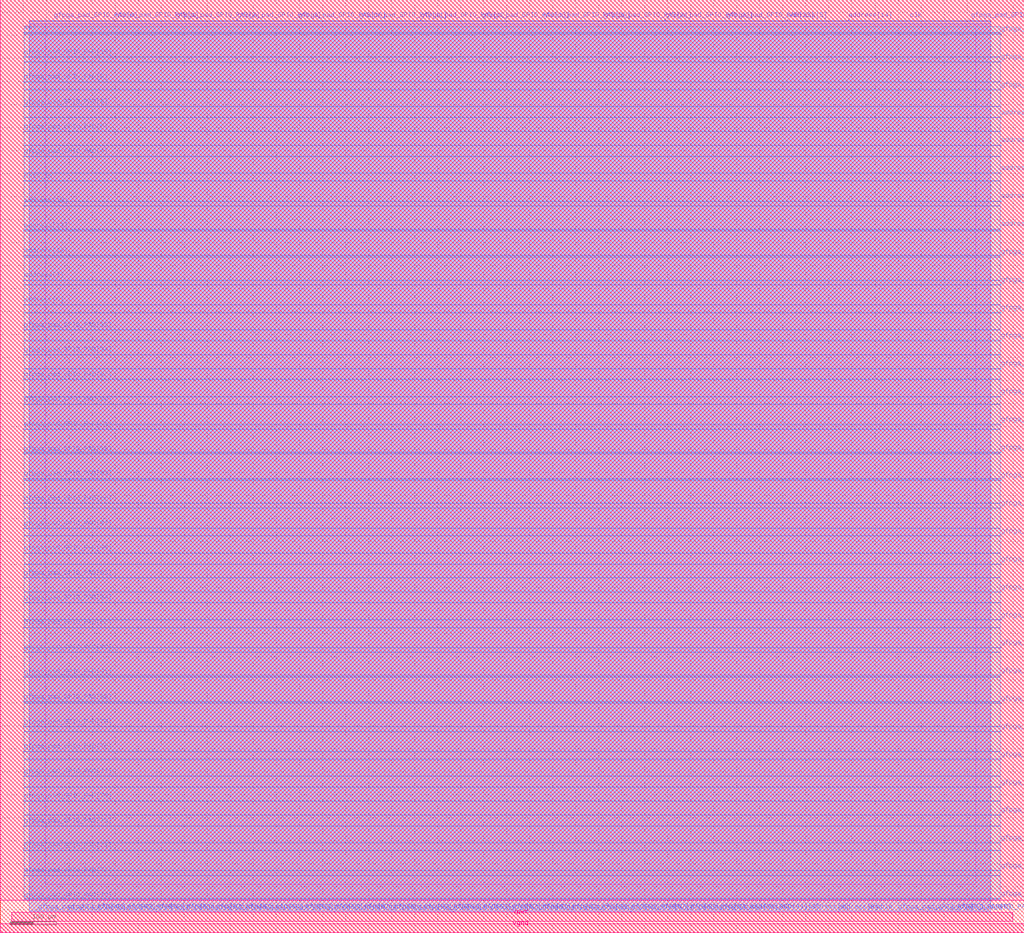
<source format=lef>
VERSION 5.7 ;
  NOWIREEXTENSIONATPIN ON ;
  DIVIDERCHAR "/" ;
  BUSBITCHARS "[]" ;
MACRO fpga_top
  CLASS BLOCK ;
  FOREIGN fpga_top ;
  ORIGIN 0.000 0.000 ;
  SIZE 2223.700 BY 2027.600 ;
  PIN address[0]
    DIRECTION INPUT ;
    PORT
      LAYER met3 ;
        RECT 49.480 1364.040 51.880 1364.640 ;
    END
  END address[0]
  PIN address[10]
    DIRECTION INPUT ;
    PORT
      LAYER met3 ;
        RECT 2172.080 1710.840 2174.480 1711.440 ;
    END
  END address[10]
  PIN address[11]
    DIRECTION INPUT ;
    PORT
      LAYER met3 ;
        RECT 2172.080 1771.360 2174.480 1771.960 ;
    END
  END address[11]
  PIN address[12]
    DIRECTION INPUT ;
    PORT
      LAYER met3 ;
        RECT 49.480 1471.480 51.880 1472.080 ;
    END
  END address[12]
  PIN address[13]
    DIRECTION INPUT ;
    PORT
      LAYER met3 ;
        RECT 49.480 1525.200 51.880 1525.800 ;
    END
  END address[13]
  PIN address[14]
    DIRECTION INPUT ;
    PORT
      LAYER met2 ;
        RECT 1842.190 1981.720 1842.470 1984.120 ;
    END
  END address[14]
  PIN address[15]
    DIRECTION INPUT ;
    PORT
      LAYER met3 ;
        RECT 49.480 1579.600 51.880 1580.200 ;
    END
  END address[15]
  PIN address[1]
    DIRECTION INPUT ;
    PORT
      LAYER met2 ;
        RECT 1627.370 44.120 1627.650 46.520 ;
    END
  END address[1]
  PIN address[2]
    DIRECTION INPUT ;
    PORT
      LAYER met3 ;
        RECT 2172.080 1528.600 2174.480 1529.200 ;
    END
  END address[2]
  PIN address[3]
    DIRECTION INPUT ;
    PORT
      LAYER met2 ;
        RECT 1691.770 44.120 1692.050 46.520 ;
    END
  END address[3]
  PIN address[4]
    DIRECTION INPUT ;
    PORT
      LAYER met2 ;
        RECT 1756.170 44.120 1756.450 46.520 ;
    END
  END address[4]
  PIN address[5]
    DIRECTION INPUT ;
    PORT
      LAYER met2 ;
        RECT 1709.710 1981.720 1709.990 1984.120 ;
    END
  END address[5]
  PIN address[6]
    DIRECTION INPUT ;
    PORT
      LAYER met3 ;
        RECT 2172.080 1589.120 2174.480 1589.720 ;
    END
  END address[6]
  PIN address[7]
    DIRECTION INPUT ;
    PORT
      LAYER met3 ;
        RECT 49.480 1417.760 51.880 1418.360 ;
    END
  END address[7]
  PIN address[8]
    DIRECTION INPUT ;
    PORT
      LAYER met3 ;
        RECT 2172.080 1650.320 2174.480 1650.920 ;
    END
  END address[8]
  PIN address[9]
    DIRECTION INPUT ;
    PORT
      LAYER met2 ;
        RECT 1820.570 44.120 1820.850 46.520 ;
    END
  END address[9]
  PIN clk
    DIRECTION INPUT ;
    PORT
      LAYER met2 ;
        RECT 1975.130 1981.720 1975.410 1984.120 ;
    END
  END clk
  PIN data_in
    DIRECTION INPUT ;
    PORT
      LAYER met3 ;
        RECT 49.480 1633.320 51.880 1633.920 ;
    END
  END data_in
  PIN enable
    DIRECTION INPUT ;
    PORT
      LAYER met2 ;
        RECT 1884.970 44.120 1885.250 46.520 ;
    END
  END enable
  PIN gfpga_pad_GPIO_PAD[0]
    DIRECTION INOUT ;
    PORT
      LAYER met2 ;
        RECT 115.810 1981.720 116.090 1984.120 ;
    END
  END gfpga_pad_GPIO_PAD[0]
  PIN gfpga_pad_GPIO_PAD[10]
    DIRECTION INOUT ;
    PORT
      LAYER met2 ;
        RECT 647.110 1981.720 647.390 1984.120 ;
    END
  END gfpga_pad_GPIO_PAD[10]
  PIN gfpga_pad_GPIO_PAD[11]
    DIRECTION INOUT ;
    PORT
      LAYER met2 ;
        RECT 779.590 1981.720 779.870 1984.120 ;
    END
  END gfpga_pad_GPIO_PAD[11]
  PIN gfpga_pad_GPIO_PAD[12]
    DIRECTION INOUT ;
    PORT
      LAYER met2 ;
        RECT 912.530 1981.720 912.810 1984.120 ;
    END
  END gfpga_pad_GPIO_PAD[12]
  PIN gfpga_pad_GPIO_PAD[13]
    DIRECTION INOUT ;
    PORT
      LAYER met2 ;
        RECT 1045.470 1981.720 1045.750 1984.120 ;
    END
  END gfpga_pad_GPIO_PAD[13]
  PIN gfpga_pad_GPIO_PAD[14]
    DIRECTION INOUT ;
    PORT
      LAYER met3 ;
        RECT 2172.080 1831.880 2174.480 1832.480 ;
    END
  END gfpga_pad_GPIO_PAD[14]
  PIN gfpga_pad_GPIO_PAD[15]
    DIRECTION INOUT ;
    PORT
      LAYER met3 ;
        RECT 49.480 1902.600 51.880 1903.200 ;
    END
  END gfpga_pad_GPIO_PAD[15]
  PIN gfpga_pad_GPIO_PAD[16]
    DIRECTION INOUT ;
    PORT
      LAYER met2 ;
        RECT 2108.070 1981.720 2108.350 1984.120 ;
    END
  END gfpga_pad_GPIO_PAD[16]
  PIN gfpga_pad_GPIO_PAD[17]
    DIRECTION INOUT ;
    PORT
      LAYER met3 ;
        RECT 2172.080 1892.400 2174.480 1893.000 ;
    END
  END gfpga_pad_GPIO_PAD[17]
  PIN gfpga_pad_GPIO_PAD[18]
    DIRECTION INOUT ;
    PORT
      LAYER met2 ;
        RECT 2078.170 44.120 2078.450 46.520 ;
    END
  END gfpga_pad_GPIO_PAD[18]
  PIN gfpga_pad_GPIO_PAD[19]
    DIRECTION INOUT ;
    PORT
      LAYER met3 ;
        RECT 2172.080 1952.920 2174.480 1953.520 ;
    END
  END gfpga_pad_GPIO_PAD[19]
  PIN gfpga_pad_GPIO_PAD[1]
    DIRECTION INOUT ;
    PORT
      LAYER met2 ;
        RECT 248.290 1981.720 248.570 1984.120 ;
    END
  END gfpga_pad_GPIO_PAD[1]
  PIN gfpga_pad_GPIO_PAD[20]
    DIRECTION INOUT ;
    PORT
      LAYER met2 ;
        RECT 1178.410 1981.720 1178.690 1984.120 ;
    END
  END gfpga_pad_GPIO_PAD[20]
  PIN gfpga_pad_GPIO_PAD[21]
    DIRECTION INOUT ;
    PORT
      LAYER met2 ;
        RECT 1310.890 1981.720 1311.170 1984.120 ;
    END
  END gfpga_pad_GPIO_PAD[21]
  PIN gfpga_pad_GPIO_PAD[22]
    DIRECTION INOUT ;
    PORT
      LAYER met2 ;
        RECT 1443.830 1981.720 1444.110 1984.120 ;
    END
  END gfpga_pad_GPIO_PAD[22]
  PIN gfpga_pad_GPIO_PAD[23]
    DIRECTION INOUT ;
    PORT
      LAYER met2 ;
        RECT 1576.770 1981.720 1577.050 1984.120 ;
    END
  END gfpga_pad_GPIO_PAD[23]
  PIN gfpga_pad_GPIO_PAD[24]
    DIRECTION INOUT ;
    PORT
      LAYER met3 ;
        RECT 2172.080 74.080 2174.480 74.680 ;
    END
  END gfpga_pad_GPIO_PAD[24]
  PIN gfpga_pad_GPIO_PAD[25]
    DIRECTION INOUT ;
    PORT
      LAYER met3 ;
        RECT 2172.080 134.600 2174.480 135.200 ;
    END
  END gfpga_pad_GPIO_PAD[25]
  PIN gfpga_pad_GPIO_PAD[26]
    DIRECTION INOUT ;
    PORT
      LAYER met3 ;
        RECT 2172.080 195.120 2174.480 195.720 ;
    END
  END gfpga_pad_GPIO_PAD[26]
  PIN gfpga_pad_GPIO_PAD[27]
    DIRECTION INOUT ;
    PORT
      LAYER met3 ;
        RECT 2172.080 255.640 2174.480 256.240 ;
    END
  END gfpga_pad_GPIO_PAD[27]
  PIN gfpga_pad_GPIO_PAD[28]
    DIRECTION INOUT ;
    PORT
      LAYER met3 ;
        RECT 2172.080 316.160 2174.480 316.760 ;
    END
  END gfpga_pad_GPIO_PAD[28]
  PIN gfpga_pad_GPIO_PAD[29]
    DIRECTION INOUT ;
    PORT
      LAYER met3 ;
        RECT 2172.080 376.680 2174.480 377.280 ;
    END
  END gfpga_pad_GPIO_PAD[29]
  PIN gfpga_pad_GPIO_PAD[2]
    DIRECTION INOUT ;
    PORT
      LAYER met2 ;
        RECT 381.230 1981.720 381.510 1984.120 ;
    END
  END gfpga_pad_GPIO_PAD[2]
  PIN gfpga_pad_GPIO_PAD[30]
    DIRECTION INOUT ;
    PORT
      LAYER met3 ;
        RECT 2172.080 437.200 2174.480 437.800 ;
    END
  END gfpga_pad_GPIO_PAD[30]
  PIN gfpga_pad_GPIO_PAD[31]
    DIRECTION INOUT ;
    PORT
      LAYER met3 ;
        RECT 2172.080 498.400 2174.480 499.000 ;
    END
  END gfpga_pad_GPIO_PAD[31]
  PIN gfpga_pad_GPIO_PAD[32]
    DIRECTION INOUT ;
    PORT
      LAYER met3 ;
        RECT 2172.080 558.920 2174.480 559.520 ;
    END
  END gfpga_pad_GPIO_PAD[32]
  PIN gfpga_pad_GPIO_PAD[33]
    DIRECTION INOUT ;
    PORT
      LAYER met3 ;
        RECT 2172.080 619.440 2174.480 620.040 ;
    END
  END gfpga_pad_GPIO_PAD[33]
  PIN gfpga_pad_GPIO_PAD[34]
    DIRECTION INOUT ;
    PORT
      LAYER met3 ;
        RECT 2172.080 679.960 2174.480 680.560 ;
    END
  END gfpga_pad_GPIO_PAD[34]
  PIN gfpga_pad_GPIO_PAD[35]
    DIRECTION INOUT ;
    PORT
      LAYER met3 ;
        RECT 2172.080 740.480 2174.480 741.080 ;
    END
  END gfpga_pad_GPIO_PAD[35]
  PIN gfpga_pad_GPIO_PAD[36]
    DIRECTION INOUT ;
    PORT
      LAYER met3 ;
        RECT 2172.080 801.000 2174.480 801.600 ;
    END
  END gfpga_pad_GPIO_PAD[36]
  PIN gfpga_pad_GPIO_PAD[37]
    DIRECTION INOUT ;
    PORT
      LAYER met3 ;
        RECT 2172.080 862.200 2174.480 862.800 ;
    END
  END gfpga_pad_GPIO_PAD[37]
  PIN gfpga_pad_GPIO_PAD[38]
    DIRECTION INOUT ;
    PORT
      LAYER met3 ;
        RECT 2172.080 922.720 2174.480 923.320 ;
    END
  END gfpga_pad_GPIO_PAD[38]
  PIN gfpga_pad_GPIO_PAD[39]
    DIRECTION INOUT ;
    PORT
      LAYER met3 ;
        RECT 2172.080 983.240 2174.480 983.840 ;
    END
  END gfpga_pad_GPIO_PAD[39]
  PIN gfpga_pad_GPIO_PAD[3]
    DIRECTION INOUT ;
    PORT
      LAYER met2 ;
        RECT 514.170 1981.720 514.450 1984.120 ;
    END
  END gfpga_pad_GPIO_PAD[3]
  PIN gfpga_pad_GPIO_PAD[40]
    DIRECTION INOUT ;
    PORT
      LAYER met3 ;
        RECT 2172.080 1043.760 2174.480 1044.360 ;
    END
  END gfpga_pad_GPIO_PAD[40]
  PIN gfpga_pad_GPIO_PAD[41]
    DIRECTION INOUT ;
    PORT
      LAYER met3 ;
        RECT 2172.080 1104.280 2174.480 1104.880 ;
    END
  END gfpga_pad_GPIO_PAD[41]
  PIN gfpga_pad_GPIO_PAD[42]
    DIRECTION INOUT ;
    PORT
      LAYER met3 ;
        RECT 2172.080 1164.800 2174.480 1165.400 ;
    END
  END gfpga_pad_GPIO_PAD[42]
  PIN gfpga_pad_GPIO_PAD[43]
    DIRECTION INOUT ;
    PORT
      LAYER met3 ;
        RECT 2172.080 1225.320 2174.480 1225.920 ;
    END
  END gfpga_pad_GPIO_PAD[43]
  PIN gfpga_pad_GPIO_PAD[44]
    DIRECTION INOUT ;
    PORT
      LAYER met3 ;
        RECT 2172.080 1286.520 2174.480 1287.120 ;
    END
  END gfpga_pad_GPIO_PAD[44]
  PIN gfpga_pad_GPIO_PAD[45]
    DIRECTION INOUT ;
    PORT
      LAYER met3 ;
        RECT 2172.080 1347.040 2174.480 1347.640 ;
    END
  END gfpga_pad_GPIO_PAD[45]
  PIN gfpga_pad_GPIO_PAD[46]
    DIRECTION INOUT ;
    PORT
      LAYER met3 ;
        RECT 2172.080 1407.560 2174.480 1408.160 ;
    END
  END gfpga_pad_GPIO_PAD[46]
  PIN gfpga_pad_GPIO_PAD[47]
    DIRECTION INOUT ;
    PORT
      LAYER met3 ;
        RECT 2172.080 1468.080 2174.480 1468.680 ;
    END
  END gfpga_pad_GPIO_PAD[47]
  PIN gfpga_pad_GPIO_PAD[48]
    DIRECTION INOUT ;
    PORT
      LAYER met2 ;
        RECT 81.770 44.120 82.050 46.520 ;
    END
  END gfpga_pad_GPIO_PAD[48]
  PIN gfpga_pad_GPIO_PAD[49]
    DIRECTION INOUT ;
    PORT
      LAYER met2 ;
        RECT 146.170 44.120 146.450 46.520 ;
    END
  END gfpga_pad_GPIO_PAD[49]
  PIN gfpga_pad_GPIO_PAD[4]
    DIRECTION INOUT ;
    PORT
      LAYER met3 ;
        RECT 49.480 1687.040 51.880 1687.640 ;
    END
  END gfpga_pad_GPIO_PAD[4]
  PIN gfpga_pad_GPIO_PAD[50]
    DIRECTION INOUT ;
    PORT
      LAYER met2 ;
        RECT 210.570 44.120 210.850 46.520 ;
    END
  END gfpga_pad_GPIO_PAD[50]
  PIN gfpga_pad_GPIO_PAD[51]
    DIRECTION INOUT ;
    PORT
      LAYER met2 ;
        RECT 274.970 44.120 275.250 46.520 ;
    END
  END gfpga_pad_GPIO_PAD[51]
  PIN gfpga_pad_GPIO_PAD[52]
    DIRECTION INOUT ;
    PORT
      LAYER met2 ;
        RECT 339.370 44.120 339.650 46.520 ;
    END
  END gfpga_pad_GPIO_PAD[52]
  PIN gfpga_pad_GPIO_PAD[53]
    DIRECTION INOUT ;
    PORT
      LAYER met2 ;
        RECT 403.770 44.120 404.050 46.520 ;
    END
  END gfpga_pad_GPIO_PAD[53]
  PIN gfpga_pad_GPIO_PAD[54]
    DIRECTION INOUT ;
    PORT
      LAYER met2 ;
        RECT 468.170 44.120 468.450 46.520 ;
    END
  END gfpga_pad_GPIO_PAD[54]
  PIN gfpga_pad_GPIO_PAD[55]
    DIRECTION INOUT ;
    PORT
      LAYER met2 ;
        RECT 532.570 44.120 532.850 46.520 ;
    END
  END gfpga_pad_GPIO_PAD[55]
  PIN gfpga_pad_GPIO_PAD[56]
    DIRECTION INOUT ;
    PORT
      LAYER met2 ;
        RECT 596.970 44.120 597.250 46.520 ;
    END
  END gfpga_pad_GPIO_PAD[56]
  PIN gfpga_pad_GPIO_PAD[57]
    DIRECTION INOUT ;
    PORT
      LAYER met2 ;
        RECT 661.370 44.120 661.650 46.520 ;
    END
  END gfpga_pad_GPIO_PAD[57]
  PIN gfpga_pad_GPIO_PAD[58]
    DIRECTION INOUT ;
    PORT
      LAYER met2 ;
        RECT 725.770 44.120 726.050 46.520 ;
    END
  END gfpga_pad_GPIO_PAD[58]
  PIN gfpga_pad_GPIO_PAD[59]
    DIRECTION INOUT ;
    PORT
      LAYER met2 ;
        RECT 790.170 44.120 790.450 46.520 ;
    END
  END gfpga_pad_GPIO_PAD[59]
  PIN gfpga_pad_GPIO_PAD[5]
    DIRECTION INOUT ;
    PORT
      LAYER met3 ;
        RECT 49.480 1740.760 51.880 1741.360 ;
    END
  END gfpga_pad_GPIO_PAD[5]
  PIN gfpga_pad_GPIO_PAD[60]
    DIRECTION INOUT ;
    PORT
      LAYER met2 ;
        RECT 854.570 44.120 854.850 46.520 ;
    END
  END gfpga_pad_GPIO_PAD[60]
  PIN gfpga_pad_GPIO_PAD[61]
    DIRECTION INOUT ;
    PORT
      LAYER met2 ;
        RECT 918.970 44.120 919.250 46.520 ;
    END
  END gfpga_pad_GPIO_PAD[61]
  PIN gfpga_pad_GPIO_PAD[62]
    DIRECTION INOUT ;
    PORT
      LAYER met2 ;
        RECT 983.370 44.120 983.650 46.520 ;
    END
  END gfpga_pad_GPIO_PAD[62]
  PIN gfpga_pad_GPIO_PAD[63]
    DIRECTION INOUT ;
    PORT
      LAYER met2 ;
        RECT 1047.770 44.120 1048.050 46.520 ;
    END
  END gfpga_pad_GPIO_PAD[63]
  PIN gfpga_pad_GPIO_PAD[64]
    DIRECTION INOUT ;
    PORT
      LAYER met2 ;
        RECT 1112.170 44.120 1112.450 46.520 ;
    END
  END gfpga_pad_GPIO_PAD[64]
  PIN gfpga_pad_GPIO_PAD[65]
    DIRECTION INOUT ;
    PORT
      LAYER met2 ;
        RECT 1176.570 44.120 1176.850 46.520 ;
    END
  END gfpga_pad_GPIO_PAD[65]
  PIN gfpga_pad_GPIO_PAD[66]
    DIRECTION INOUT ;
    PORT
      LAYER met2 ;
        RECT 1240.970 44.120 1241.250 46.520 ;
    END
  END gfpga_pad_GPIO_PAD[66]
  PIN gfpga_pad_GPIO_PAD[67]
    DIRECTION INOUT ;
    PORT
      LAYER met2 ;
        RECT 1305.370 44.120 1305.650 46.520 ;
    END
  END gfpga_pad_GPIO_PAD[67]
  PIN gfpga_pad_GPIO_PAD[68]
    DIRECTION INOUT ;
    PORT
      LAYER met2 ;
        RECT 1369.770 44.120 1370.050 46.520 ;
    END
  END gfpga_pad_GPIO_PAD[68]
  PIN gfpga_pad_GPIO_PAD[69]
    DIRECTION INOUT ;
    PORT
      LAYER met2 ;
        RECT 1434.170 44.120 1434.450 46.520 ;
    END
  END gfpga_pad_GPIO_PAD[69]
  PIN gfpga_pad_GPIO_PAD[6]
    DIRECTION INOUT ;
    PORT
      LAYER met3 ;
        RECT 49.480 1795.160 51.880 1795.760 ;
    END
  END gfpga_pad_GPIO_PAD[6]
  PIN gfpga_pad_GPIO_PAD[70]
    DIRECTION INOUT ;
    PORT
      LAYER met2 ;
        RECT 1498.570 44.120 1498.850 46.520 ;
    END
  END gfpga_pad_GPIO_PAD[70]
  PIN gfpga_pad_GPIO_PAD[71]
    DIRECTION INOUT ;
    PORT
      LAYER met2 ;
        RECT 1562.970 44.120 1563.250 46.520 ;
    END
  END gfpga_pad_GPIO_PAD[71]
  PIN gfpga_pad_GPIO_PAD[72]
    DIRECTION INOUT ;
    PORT
      LAYER met3 ;
        RECT 49.480 70.680 51.880 71.280 ;
    END
  END gfpga_pad_GPIO_PAD[72]
  PIN gfpga_pad_GPIO_PAD[73]
    DIRECTION INOUT ;
    PORT
      LAYER met3 ;
        RECT 49.480 124.400 51.880 125.000 ;
    END
  END gfpga_pad_GPIO_PAD[73]
  PIN gfpga_pad_GPIO_PAD[74]
    DIRECTION INOUT ;
    PORT
      LAYER met3 ;
        RECT 49.480 178.120 51.880 178.720 ;
    END
  END gfpga_pad_GPIO_PAD[74]
  PIN gfpga_pad_GPIO_PAD[75]
    DIRECTION INOUT ;
    PORT
      LAYER met3 ;
        RECT 49.480 231.840 51.880 232.440 ;
    END
  END gfpga_pad_GPIO_PAD[75]
  PIN gfpga_pad_GPIO_PAD[76]
    DIRECTION INOUT ;
    PORT
      LAYER met3 ;
        RECT 49.480 286.240 51.880 286.840 ;
    END
  END gfpga_pad_GPIO_PAD[76]
  PIN gfpga_pad_GPIO_PAD[77]
    DIRECTION INOUT ;
    PORT
      LAYER met3 ;
        RECT 49.480 339.960 51.880 340.560 ;
    END
  END gfpga_pad_GPIO_PAD[77]
  PIN gfpga_pad_GPIO_PAD[78]
    DIRECTION INOUT ;
    PORT
      LAYER met3 ;
        RECT 49.480 393.680 51.880 394.280 ;
    END
  END gfpga_pad_GPIO_PAD[78]
  PIN gfpga_pad_GPIO_PAD[79]
    DIRECTION INOUT ;
    PORT
      LAYER met3 ;
        RECT 49.480 447.400 51.880 448.000 ;
    END
  END gfpga_pad_GPIO_PAD[79]
  PIN gfpga_pad_GPIO_PAD[7]
    DIRECTION INOUT ;
    PORT
      LAYER met2 ;
        RECT 1949.370 44.120 1949.650 46.520 ;
    END
  END gfpga_pad_GPIO_PAD[7]
  PIN gfpga_pad_GPIO_PAD[80]
    DIRECTION INOUT ;
    PORT
      LAYER met3 ;
        RECT 49.480 501.800 51.880 502.400 ;
    END
  END gfpga_pad_GPIO_PAD[80]
  PIN gfpga_pad_GPIO_PAD[81]
    DIRECTION INOUT ;
    PORT
      LAYER met3 ;
        RECT 49.480 555.520 51.880 556.120 ;
    END
  END gfpga_pad_GPIO_PAD[81]
  PIN gfpga_pad_GPIO_PAD[82]
    DIRECTION INOUT ;
    PORT
      LAYER met3 ;
        RECT 49.480 609.240 51.880 609.840 ;
    END
  END gfpga_pad_GPIO_PAD[82]
  PIN gfpga_pad_GPIO_PAD[83]
    DIRECTION INOUT ;
    PORT
      LAYER met3 ;
        RECT 49.480 662.960 51.880 663.560 ;
    END
  END gfpga_pad_GPIO_PAD[83]
  PIN gfpga_pad_GPIO_PAD[84]
    DIRECTION INOUT ;
    PORT
      LAYER met3 ;
        RECT 49.480 717.360 51.880 717.960 ;
    END
  END gfpga_pad_GPIO_PAD[84]
  PIN gfpga_pad_GPIO_PAD[85]
    DIRECTION INOUT ;
    PORT
      LAYER met3 ;
        RECT 49.480 771.080 51.880 771.680 ;
    END
  END gfpga_pad_GPIO_PAD[85]
  PIN gfpga_pad_GPIO_PAD[86]
    DIRECTION INOUT ;
    PORT
      LAYER met3 ;
        RECT 49.480 824.800 51.880 825.400 ;
    END
  END gfpga_pad_GPIO_PAD[86]
  PIN gfpga_pad_GPIO_PAD[87]
    DIRECTION INOUT ;
    PORT
      LAYER met3 ;
        RECT 49.480 878.520 51.880 879.120 ;
    END
  END gfpga_pad_GPIO_PAD[87]
  PIN gfpga_pad_GPIO_PAD[88]
    DIRECTION INOUT ;
    PORT
      LAYER met3 ;
        RECT 49.480 932.920 51.880 933.520 ;
    END
  END gfpga_pad_GPIO_PAD[88]
  PIN gfpga_pad_GPIO_PAD[89]
    DIRECTION INOUT ;
    PORT
      LAYER met3 ;
        RECT 49.480 986.640 51.880 987.240 ;
    END
  END gfpga_pad_GPIO_PAD[89]
  PIN gfpga_pad_GPIO_PAD[8]
    DIRECTION INOUT ;
    PORT
      LAYER met2 ;
        RECT 2013.770 44.120 2014.050 46.520 ;
    END
  END gfpga_pad_GPIO_PAD[8]
  PIN gfpga_pad_GPIO_PAD[90]
    DIRECTION INOUT ;
    PORT
      LAYER met3 ;
        RECT 49.480 1040.360 51.880 1040.960 ;
    END
  END gfpga_pad_GPIO_PAD[90]
  PIN gfpga_pad_GPIO_PAD[91]
    DIRECTION INOUT ;
    PORT
      LAYER met3 ;
        RECT 49.480 1094.080 51.880 1094.680 ;
    END
  END gfpga_pad_GPIO_PAD[91]
  PIN gfpga_pad_GPIO_PAD[92]
    DIRECTION INOUT ;
    PORT
      LAYER met3 ;
        RECT 49.480 1148.480 51.880 1149.080 ;
    END
  END gfpga_pad_GPIO_PAD[92]
  PIN gfpga_pad_GPIO_PAD[93]
    DIRECTION INOUT ;
    PORT
      LAYER met3 ;
        RECT 49.480 1202.200 51.880 1202.800 ;
    END
  END gfpga_pad_GPIO_PAD[93]
  PIN gfpga_pad_GPIO_PAD[94]
    DIRECTION INOUT ;
    PORT
      LAYER met3 ;
        RECT 49.480 1255.920 51.880 1256.520 ;
    END
  END gfpga_pad_GPIO_PAD[94]
  PIN gfpga_pad_GPIO_PAD[95]
    DIRECTION INOUT ;
    PORT
      LAYER met3 ;
        RECT 49.480 1309.640 51.880 1310.240 ;
    END
  END gfpga_pad_GPIO_PAD[95]
  PIN gfpga_pad_GPIO_PAD[9]
    DIRECTION INOUT ;
    PORT
      LAYER met3 ;
        RECT 49.480 1848.880 51.880 1849.480 ;
    END
  END gfpga_pad_GPIO_PAD[9]
  PIN reset
    DIRECTION INPUT ;
    PORT
      LAYER met2 ;
        RECT 2142.570 44.120 2142.850 46.520 ;
    END
  END reset
  PIN set
    DIRECTION INPUT ;
    PORT
      LAYER met3 ;
        RECT 49.480 1956.320 51.880 1956.920 ;
    END
  END set
  PIN vpwr
    DIRECTION INPUT ;
    PORT
      LAYER met5 ;
        RECT 25.000 25.000 2198.700 45.000 ;
    END
  END vpwr
  PIN vgnd
    DIRECTION INPUT ;
    PORT
      LAYER met5 ;
        RECT 0.000 0.000 2223.700 20.000 ;
    END
  END vgnd
  OBS
      LAYER li1 ;
        RECT 97.925 104.915 2118.540 1975.915 ;
      LAYER met1 ;
        RECT 63.350 46.880 2151.150 1975.960 ;
      LAYER met2 ;
        RECT 63.370 1981.440 115.530 1981.720 ;
        RECT 116.370 1981.440 248.010 1981.720 ;
        RECT 248.850 1981.440 380.950 1981.720 ;
        RECT 381.790 1981.440 513.890 1981.720 ;
        RECT 514.730 1981.440 646.830 1981.720 ;
        RECT 647.670 1981.440 779.310 1981.720 ;
        RECT 780.150 1981.440 912.250 1981.720 ;
        RECT 913.090 1981.440 1045.190 1981.720 ;
        RECT 1046.030 1981.440 1178.130 1981.720 ;
        RECT 1178.970 1981.440 1310.610 1981.720 ;
        RECT 1311.450 1981.440 1443.550 1981.720 ;
        RECT 1444.390 1981.440 1576.490 1981.720 ;
        RECT 1577.330 1981.440 1709.430 1981.720 ;
        RECT 1710.270 1981.440 1841.910 1981.720 ;
        RECT 1842.750 1981.440 1974.850 1981.720 ;
        RECT 1975.690 1981.440 2107.790 1981.720 ;
        RECT 2108.630 1981.440 2151.130 1981.720 ;
        RECT 63.370 46.800 2151.130 1981.440 ;
        RECT 63.370 46.520 81.490 46.800 ;
        RECT 82.330 46.520 145.890 46.800 ;
        RECT 146.730 46.520 210.290 46.800 ;
        RECT 211.130 46.520 274.690 46.800 ;
        RECT 275.530 46.520 339.090 46.800 ;
        RECT 339.930 46.520 403.490 46.800 ;
        RECT 404.330 46.520 467.890 46.800 ;
        RECT 468.730 46.520 532.290 46.800 ;
        RECT 533.130 46.520 596.690 46.800 ;
        RECT 597.530 46.520 661.090 46.800 ;
        RECT 661.930 46.520 725.490 46.800 ;
        RECT 726.330 46.520 789.890 46.800 ;
        RECT 790.730 46.520 854.290 46.800 ;
        RECT 855.130 46.520 918.690 46.800 ;
        RECT 919.530 46.520 983.090 46.800 ;
        RECT 983.930 46.520 1047.490 46.800 ;
        RECT 1048.330 46.520 1111.890 46.800 ;
        RECT 1112.730 46.520 1176.290 46.800 ;
        RECT 1177.130 46.520 1240.690 46.800 ;
        RECT 1241.530 46.520 1305.090 46.800 ;
        RECT 1305.930 46.520 1369.490 46.800 ;
        RECT 1370.330 46.520 1433.890 46.800 ;
        RECT 1434.730 46.520 1498.290 46.800 ;
        RECT 1499.130 46.520 1562.690 46.800 ;
        RECT 1563.530 46.520 1627.090 46.800 ;
        RECT 1627.930 46.520 1691.490 46.800 ;
        RECT 1692.330 46.520 1755.890 46.800 ;
        RECT 1756.730 46.520 1820.290 46.800 ;
        RECT 1821.130 46.520 1884.690 46.800 ;
        RECT 1885.530 46.520 1949.090 46.800 ;
        RECT 1949.930 46.520 2013.490 46.800 ;
        RECT 2014.330 46.520 2077.890 46.800 ;
        RECT 2078.730 46.520 2142.290 46.800 ;
        RECT 2143.130 46.520 2151.130 46.800 ;
      LAYER met3 ;
        RECT 51.880 1957.320 2172.080 1969.025 ;
        RECT 52.280 1955.920 2172.080 1957.320 ;
        RECT 51.880 1953.920 2172.080 1955.920 ;
        RECT 51.880 1952.520 2171.680 1953.920 ;
        RECT 51.880 1903.600 2172.080 1952.520 ;
        RECT 52.280 1902.200 2172.080 1903.600 ;
        RECT 51.880 1893.400 2172.080 1902.200 ;
        RECT 51.880 1892.000 2171.680 1893.400 ;
        RECT 51.880 1849.880 2172.080 1892.000 ;
        RECT 52.280 1848.480 2172.080 1849.880 ;
        RECT 51.880 1832.880 2172.080 1848.480 ;
        RECT 51.880 1831.480 2171.680 1832.880 ;
        RECT 51.880 1796.160 2172.080 1831.480 ;
        RECT 52.280 1794.760 2172.080 1796.160 ;
        RECT 51.880 1772.360 2172.080 1794.760 ;
        RECT 51.880 1770.960 2171.680 1772.360 ;
        RECT 51.880 1741.760 2172.080 1770.960 ;
        RECT 52.280 1740.360 2172.080 1741.760 ;
        RECT 51.880 1711.840 2172.080 1740.360 ;
        RECT 51.880 1710.440 2171.680 1711.840 ;
        RECT 51.880 1688.040 2172.080 1710.440 ;
        RECT 52.280 1686.640 2172.080 1688.040 ;
        RECT 51.880 1651.320 2172.080 1686.640 ;
        RECT 51.880 1649.920 2171.680 1651.320 ;
        RECT 51.880 1634.320 2172.080 1649.920 ;
        RECT 52.280 1632.920 2172.080 1634.320 ;
        RECT 51.880 1590.120 2172.080 1632.920 ;
        RECT 51.880 1588.720 2171.680 1590.120 ;
        RECT 51.880 1580.600 2172.080 1588.720 ;
        RECT 52.280 1579.200 2172.080 1580.600 ;
        RECT 51.880 1529.600 2172.080 1579.200 ;
        RECT 51.880 1528.200 2171.680 1529.600 ;
        RECT 51.880 1526.200 2172.080 1528.200 ;
        RECT 52.280 1524.800 2172.080 1526.200 ;
        RECT 51.880 1472.480 2172.080 1524.800 ;
        RECT 52.280 1471.080 2172.080 1472.480 ;
        RECT 51.880 1469.080 2172.080 1471.080 ;
        RECT 51.880 1467.680 2171.680 1469.080 ;
        RECT 51.880 1418.760 2172.080 1467.680 ;
        RECT 52.280 1417.360 2172.080 1418.760 ;
        RECT 51.880 1408.560 2172.080 1417.360 ;
        RECT 51.880 1407.160 2171.680 1408.560 ;
        RECT 51.880 1365.040 2172.080 1407.160 ;
        RECT 52.280 1363.640 2172.080 1365.040 ;
        RECT 51.880 1348.040 2172.080 1363.640 ;
        RECT 51.880 1346.640 2171.680 1348.040 ;
        RECT 51.880 1310.640 2172.080 1346.640 ;
        RECT 52.280 1309.240 2172.080 1310.640 ;
        RECT 51.880 1287.520 2172.080 1309.240 ;
        RECT 51.880 1286.120 2171.680 1287.520 ;
        RECT 51.880 1256.920 2172.080 1286.120 ;
        RECT 52.280 1255.520 2172.080 1256.920 ;
        RECT 51.880 1226.320 2172.080 1255.520 ;
        RECT 51.880 1224.920 2171.680 1226.320 ;
        RECT 51.880 1203.200 2172.080 1224.920 ;
        RECT 52.280 1201.800 2172.080 1203.200 ;
        RECT 51.880 1165.800 2172.080 1201.800 ;
        RECT 51.880 1164.400 2171.680 1165.800 ;
        RECT 51.880 1149.480 2172.080 1164.400 ;
        RECT 52.280 1148.080 2172.080 1149.480 ;
        RECT 51.880 1105.280 2172.080 1148.080 ;
        RECT 51.880 1103.880 2171.680 1105.280 ;
        RECT 51.880 1095.080 2172.080 1103.880 ;
        RECT 52.280 1093.680 2172.080 1095.080 ;
        RECT 51.880 1044.760 2172.080 1093.680 ;
        RECT 51.880 1043.360 2171.680 1044.760 ;
        RECT 51.880 1041.360 2172.080 1043.360 ;
        RECT 52.280 1039.960 2172.080 1041.360 ;
        RECT 51.880 987.640 2172.080 1039.960 ;
        RECT 52.280 986.240 2172.080 987.640 ;
        RECT 51.880 984.240 2172.080 986.240 ;
        RECT 51.880 982.840 2171.680 984.240 ;
        RECT 51.880 933.920 2172.080 982.840 ;
        RECT 52.280 932.520 2172.080 933.920 ;
        RECT 51.880 923.720 2172.080 932.520 ;
        RECT 51.880 922.320 2171.680 923.720 ;
        RECT 51.880 879.520 2172.080 922.320 ;
        RECT 52.280 878.120 2172.080 879.520 ;
        RECT 51.880 863.200 2172.080 878.120 ;
        RECT 51.880 861.800 2171.680 863.200 ;
        RECT 51.880 825.800 2172.080 861.800 ;
        RECT 52.280 824.400 2172.080 825.800 ;
        RECT 51.880 802.000 2172.080 824.400 ;
        RECT 51.880 800.600 2171.680 802.000 ;
        RECT 51.880 772.080 2172.080 800.600 ;
        RECT 52.280 770.680 2172.080 772.080 ;
        RECT 51.880 741.480 2172.080 770.680 ;
        RECT 51.880 740.080 2171.680 741.480 ;
        RECT 51.880 718.360 2172.080 740.080 ;
        RECT 52.280 716.960 2172.080 718.360 ;
        RECT 51.880 680.960 2172.080 716.960 ;
        RECT 51.880 679.560 2171.680 680.960 ;
        RECT 51.880 663.960 2172.080 679.560 ;
        RECT 52.280 662.560 2172.080 663.960 ;
        RECT 51.880 620.440 2172.080 662.560 ;
        RECT 51.880 619.040 2171.680 620.440 ;
        RECT 51.880 610.240 2172.080 619.040 ;
        RECT 52.280 608.840 2172.080 610.240 ;
        RECT 51.880 559.920 2172.080 608.840 ;
        RECT 51.880 558.520 2171.680 559.920 ;
        RECT 51.880 556.520 2172.080 558.520 ;
        RECT 52.280 555.120 2172.080 556.520 ;
        RECT 51.880 502.800 2172.080 555.120 ;
        RECT 52.280 501.400 2172.080 502.800 ;
        RECT 51.880 499.400 2172.080 501.400 ;
        RECT 51.880 498.000 2171.680 499.400 ;
        RECT 51.880 448.400 2172.080 498.000 ;
        RECT 52.280 447.000 2172.080 448.400 ;
        RECT 51.880 438.200 2172.080 447.000 ;
        RECT 51.880 436.800 2171.680 438.200 ;
        RECT 51.880 394.680 2172.080 436.800 ;
        RECT 52.280 393.280 2172.080 394.680 ;
        RECT 51.880 377.680 2172.080 393.280 ;
        RECT 51.880 376.280 2171.680 377.680 ;
        RECT 51.880 340.960 2172.080 376.280 ;
        RECT 52.280 339.560 2172.080 340.960 ;
        RECT 51.880 317.160 2172.080 339.560 ;
        RECT 51.880 315.760 2171.680 317.160 ;
        RECT 51.880 287.240 2172.080 315.760 ;
        RECT 52.280 285.840 2172.080 287.240 ;
        RECT 51.880 256.640 2172.080 285.840 ;
        RECT 51.880 255.240 2171.680 256.640 ;
        RECT 51.880 232.840 2172.080 255.240 ;
        RECT 52.280 231.440 2172.080 232.840 ;
        RECT 51.880 196.120 2172.080 231.440 ;
        RECT 51.880 194.720 2171.680 196.120 ;
        RECT 51.880 179.120 2172.080 194.720 ;
        RECT 52.280 177.720 2172.080 179.120 ;
        RECT 51.880 135.600 2172.080 177.720 ;
        RECT 51.880 134.200 2171.680 135.600 ;
        RECT 51.880 125.400 2172.080 134.200 ;
        RECT 52.280 124.000 2172.080 125.400 ;
        RECT 51.880 75.080 2172.080 124.000 ;
        RECT 51.880 73.680 2171.680 75.080 ;
        RECT 51.880 71.680 2172.080 73.680 ;
        RECT 52.280 70.815 2172.080 71.680 ;
      LAYER met4 ;
        RECT 0.000 0.000 2223.700 2027.600 ;
      LAYER met5 ;
        RECT 0.000 70.850 2223.700 2027.600 ;
  END
END fpga_top
END LIBRARY


</source>
